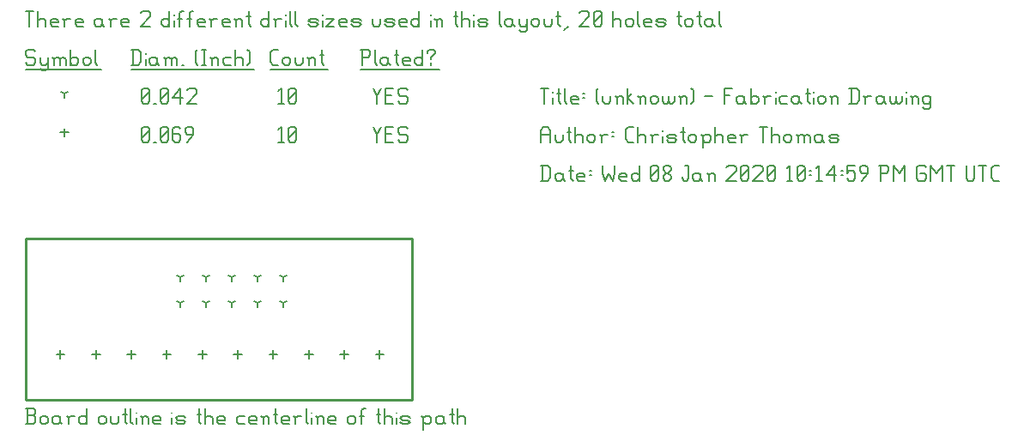
<source format=gbr>
G04 start of page 10 for group -3984 idx -3984 *
G04 Title: (unknown), fab *
G04 Creator: pcb 20140316 *
G04 CreationDate: Wed 08 Jan 2020 10:14:59 PM GMT UTC *
G04 For: thomasc *
G04 Format: Gerber/RS-274X *
G04 PCB-Dimensions (mil): 1500.00 625.00 *
G04 PCB-Coordinate-Origin: lower left *
%MOIN*%
%FSLAX25Y25*%
%LNFAB*%
%ADD37C,0.0100*%
%ADD36C,0.0075*%
%ADD35C,0.0060*%
%ADD34C,0.0080*%
G54D34*X13484Y19100D02*Y15900D01*
X11884Y17500D02*X15084D01*
X27264Y19100D02*Y15900D01*
X25664Y17500D02*X28864D01*
X41043Y19100D02*Y15900D01*
X39443Y17500D02*X42643D01*
X54823Y19100D02*Y15900D01*
X53223Y17500D02*X56423D01*
X68602Y19100D02*Y15900D01*
X67002Y17500D02*X70202D01*
X82382Y19100D02*Y15900D01*
X80782Y17500D02*X83982D01*
X96161Y19100D02*Y15900D01*
X94561Y17500D02*X97761D01*
X109941Y19100D02*Y15900D01*
X108341Y17500D02*X111541D01*
X123720Y19100D02*Y15900D01*
X122120Y17500D02*X125320D01*
X137500Y19100D02*Y15900D01*
X135900Y17500D02*X139100D01*
X15000Y105350D02*Y102150D01*
X13400Y103750D02*X16600D01*
G54D35*X135000Y106000D02*X136500Y103000D01*
X138000Y106000D01*
X136500Y103000D02*Y100000D01*
X139800Y103300D02*X142050D01*
X139800Y100000D02*X142800D01*
X139800Y106000D02*Y100000D01*
Y106000D02*X142800D01*
X147600D02*X148350Y105250D01*
X145350Y106000D02*X147600D01*
X144600Y105250D02*X145350Y106000D01*
X144600Y105250D02*Y103750D01*
X145350Y103000D01*
X147600D01*
X148350Y102250D01*
Y100750D01*
X147600Y100000D02*X148350Y100750D01*
X145350Y100000D02*X147600D01*
X144600Y100750D02*X145350Y100000D01*
X98000Y104800D02*X99200Y106000D01*
Y100000D01*
X98000D02*X100250D01*
X102050Y100750D02*X102800Y100000D01*
X102050Y105250D02*Y100750D01*
Y105250D02*X102800Y106000D01*
X104300D01*
X105050Y105250D01*
Y100750D01*
X104300Y100000D02*X105050Y100750D01*
X102800Y100000D02*X104300D01*
X102050Y101500D02*X105050Y104500D01*
X45000Y100750D02*X45750Y100000D01*
X45000Y105250D02*Y100750D01*
Y105250D02*X45750Y106000D01*
X47250D01*
X48000Y105250D01*
Y100750D01*
X47250Y100000D02*X48000Y100750D01*
X45750Y100000D02*X47250D01*
X45000Y101500D02*X48000Y104500D01*
X49800Y100000D02*X50550D01*
X52350Y100750D02*X53100Y100000D01*
X52350Y105250D02*Y100750D01*
Y105250D02*X53100Y106000D01*
X54600D01*
X55350Y105250D01*
Y100750D01*
X54600Y100000D02*X55350Y100750D01*
X53100Y100000D02*X54600D01*
X52350Y101500D02*X55350Y104500D01*
X59400Y106000D02*X60150Y105250D01*
X57900Y106000D02*X59400D01*
X57150Y105250D02*X57900Y106000D01*
X57150Y105250D02*Y100750D01*
X57900Y100000D01*
X59400Y103300D02*X60150Y102550D01*
X57150Y103300D02*X59400D01*
X57900Y100000D02*X59400D01*
X60150Y100750D01*
Y102550D02*Y100750D01*
X62700Y100000D02*X64950Y103000D01*
Y105250D02*Y103000D01*
X64200Y106000D02*X64950Y105250D01*
X62700Y106000D02*X64200D01*
X61950Y105250D02*X62700Y106000D01*
X61950Y105250D02*Y103750D01*
X62700Y103000D01*
X64950D01*
X100000Y37500D02*Y35900D01*
Y37500D02*X101387Y38300D01*
X100000Y37500D02*X98613Y38300D01*
X100000Y47500D02*Y45900D01*
Y47500D02*X101387Y48300D01*
X100000Y47500D02*X98613Y48300D01*
X90000Y37500D02*Y35900D01*
Y37500D02*X91387Y38300D01*
X90000Y37500D02*X88613Y38300D01*
X90000Y47500D02*Y45900D01*
Y47500D02*X91387Y48300D01*
X90000Y47500D02*X88613Y48300D01*
X80000Y37500D02*Y35900D01*
Y37500D02*X81387Y38300D01*
X80000Y37500D02*X78613Y38300D01*
X80000Y47500D02*Y45900D01*
Y47500D02*X81387Y48300D01*
X80000Y47500D02*X78613Y48300D01*
X70000Y37500D02*Y35900D01*
Y37500D02*X71387Y38300D01*
X70000Y37500D02*X68613Y38300D01*
X70000Y47500D02*Y45900D01*
Y47500D02*X71387Y48300D01*
X70000Y47500D02*X68613Y48300D01*
X60000Y37500D02*Y35900D01*
Y37500D02*X61387Y38300D01*
X60000Y37500D02*X58613Y38300D01*
X60000Y47500D02*Y45900D01*
Y47500D02*X61387Y48300D01*
X60000Y47500D02*X58613Y48300D01*
X15000Y118750D02*Y117150D01*
Y118750D02*X16387Y119550D01*
X15000Y118750D02*X13613Y119550D01*
X135000Y121000D02*X136500Y118000D01*
X138000Y121000D01*
X136500Y118000D02*Y115000D01*
X139800Y118300D02*X142050D01*
X139800Y115000D02*X142800D01*
X139800Y121000D02*Y115000D01*
Y121000D02*X142800D01*
X147600D02*X148350Y120250D01*
X145350Y121000D02*X147600D01*
X144600Y120250D02*X145350Y121000D01*
X144600Y120250D02*Y118750D01*
X145350Y118000D01*
X147600D01*
X148350Y117250D01*
Y115750D01*
X147600Y115000D02*X148350Y115750D01*
X145350Y115000D02*X147600D01*
X144600Y115750D02*X145350Y115000D01*
X98000Y119800D02*X99200Y121000D01*
Y115000D01*
X98000D02*X100250D01*
X102050Y115750D02*X102800Y115000D01*
X102050Y120250D02*Y115750D01*
Y120250D02*X102800Y121000D01*
X104300D01*
X105050Y120250D01*
Y115750D01*
X104300Y115000D02*X105050Y115750D01*
X102800Y115000D02*X104300D01*
X102050Y116500D02*X105050Y119500D01*
X45000Y115750D02*X45750Y115000D01*
X45000Y120250D02*Y115750D01*
Y120250D02*X45750Y121000D01*
X47250D01*
X48000Y120250D01*
Y115750D01*
X47250Y115000D02*X48000Y115750D01*
X45750Y115000D02*X47250D01*
X45000Y116500D02*X48000Y119500D01*
X49800Y115000D02*X50550D01*
X52350Y115750D02*X53100Y115000D01*
X52350Y120250D02*Y115750D01*
Y120250D02*X53100Y121000D01*
X54600D01*
X55350Y120250D01*
Y115750D01*
X54600Y115000D02*X55350Y115750D01*
X53100Y115000D02*X54600D01*
X52350Y116500D02*X55350Y119500D01*
X57150Y117250D02*X60150Y121000D01*
X57150Y117250D02*X60900D01*
X60150Y121000D02*Y115000D01*
X62700Y120250D02*X63450Y121000D01*
X65700D01*
X66450Y120250D01*
Y118750D01*
X62700Y115000D02*X66450Y118750D01*
X62700Y115000D02*X66450D01*
X3000Y136000D02*X3750Y135250D01*
X750Y136000D02*X3000D01*
X0Y135250D02*X750Y136000D01*
X0Y135250D02*Y133750D01*
X750Y133000D01*
X3000D01*
X3750Y132250D01*
Y130750D01*
X3000Y130000D02*X3750Y130750D01*
X750Y130000D02*X3000D01*
X0Y130750D02*X750Y130000D01*
X5550Y133000D02*Y130750D01*
X6300Y130000D01*
X8550Y133000D02*Y128500D01*
X7800Y127750D02*X8550Y128500D01*
X6300Y127750D02*X7800D01*
X5550Y128500D02*X6300Y127750D01*
Y130000D02*X7800D01*
X8550Y130750D01*
X11100Y132250D02*Y130000D01*
Y132250D02*X11850Y133000D01*
X12600D01*
X13350Y132250D01*
Y130000D01*
Y132250D02*X14100Y133000D01*
X14850D01*
X15600Y132250D01*
Y130000D01*
X10350Y133000D02*X11100Y132250D01*
X17400Y136000D02*Y130000D01*
Y130750D02*X18150Y130000D01*
X19650D01*
X20400Y130750D01*
Y132250D02*Y130750D01*
X19650Y133000D02*X20400Y132250D01*
X18150Y133000D02*X19650D01*
X17400Y132250D02*X18150Y133000D01*
X22200Y132250D02*Y130750D01*
Y132250D02*X22950Y133000D01*
X24450D01*
X25200Y132250D01*
Y130750D01*
X24450Y130000D02*X25200Y130750D01*
X22950Y130000D02*X24450D01*
X22200Y130750D02*X22950Y130000D01*
X27000Y136000D02*Y130750D01*
X27750Y130000D01*
X0Y128250D02*X29250D01*
X41750Y136000D02*Y130000D01*
X43700Y136000D02*X44750Y134950D01*
Y131050D01*
X43700Y130000D02*X44750Y131050D01*
X41000Y130000D02*X43700D01*
X41000Y136000D02*X43700D01*
G54D36*X46550Y134500D02*Y134350D01*
G54D35*Y132250D02*Y130000D01*
X50300Y133000D02*X51050Y132250D01*
X48800Y133000D02*X50300D01*
X48050Y132250D02*X48800Y133000D01*
X48050Y132250D02*Y130750D01*
X48800Y130000D01*
X51050Y133000D02*Y130750D01*
X51800Y130000D01*
X48800D02*X50300D01*
X51050Y130750D01*
X54350Y132250D02*Y130000D01*
Y132250D02*X55100Y133000D01*
X55850D01*
X56600Y132250D01*
Y130000D01*
Y132250D02*X57350Y133000D01*
X58100D01*
X58850Y132250D01*
Y130000D01*
X53600Y133000D02*X54350Y132250D01*
X60650Y130000D02*X61400D01*
X65900Y130750D02*X66650Y130000D01*
X65900Y135250D02*X66650Y136000D01*
X65900Y135250D02*Y130750D01*
X68450Y136000D02*X69950D01*
X69200D02*Y130000D01*
X68450D02*X69950D01*
X72500Y132250D02*Y130000D01*
Y132250D02*X73250Y133000D01*
X74000D01*
X74750Y132250D01*
Y130000D01*
X71750Y133000D02*X72500Y132250D01*
X77300Y133000D02*X79550D01*
X76550Y132250D02*X77300Y133000D01*
X76550Y132250D02*Y130750D01*
X77300Y130000D01*
X79550D01*
X81350Y136000D02*Y130000D01*
Y132250D02*X82100Y133000D01*
X83600D01*
X84350Y132250D01*
Y130000D01*
X86150Y136000D02*X86900Y135250D01*
Y130750D01*
X86150Y130000D02*X86900Y130750D01*
X41000Y128250D02*X88700D01*
X96050Y130000D02*X98000D01*
X95000Y131050D02*X96050Y130000D01*
X95000Y134950D02*Y131050D01*
Y134950D02*X96050Y136000D01*
X98000D01*
X99800Y132250D02*Y130750D01*
Y132250D02*X100550Y133000D01*
X102050D01*
X102800Y132250D01*
Y130750D01*
X102050Y130000D02*X102800Y130750D01*
X100550Y130000D02*X102050D01*
X99800Y130750D02*X100550Y130000D01*
X104600Y133000D02*Y130750D01*
X105350Y130000D01*
X106850D01*
X107600Y130750D01*
Y133000D02*Y130750D01*
X110150Y132250D02*Y130000D01*
Y132250D02*X110900Y133000D01*
X111650D01*
X112400Y132250D01*
Y130000D01*
X109400Y133000D02*X110150Y132250D01*
X114950Y136000D02*Y130750D01*
X115700Y130000D01*
X114200Y133750D02*X115700D01*
X95000Y128250D02*X117200D01*
X130750Y136000D02*Y130000D01*
X130000Y136000D02*X133000D01*
X133750Y135250D01*
Y133750D01*
X133000Y133000D02*X133750Y133750D01*
X130750Y133000D02*X133000D01*
X135550Y136000D02*Y130750D01*
X136300Y130000D01*
X140050Y133000D02*X140800Y132250D01*
X138550Y133000D02*X140050D01*
X137800Y132250D02*X138550Y133000D01*
X137800Y132250D02*Y130750D01*
X138550Y130000D01*
X140800Y133000D02*Y130750D01*
X141550Y130000D01*
X138550D02*X140050D01*
X140800Y130750D01*
X144100Y136000D02*Y130750D01*
X144850Y130000D01*
X143350Y133750D02*X144850D01*
X147100Y130000D02*X149350D01*
X146350Y130750D02*X147100Y130000D01*
X146350Y132250D02*Y130750D01*
Y132250D02*X147100Y133000D01*
X148600D01*
X149350Y132250D01*
X146350Y131500D02*X149350D01*
Y132250D02*Y131500D01*
X154150Y136000D02*Y130000D01*
X153400D02*X154150Y130750D01*
X151900Y130000D02*X153400D01*
X151150Y130750D02*X151900Y130000D01*
X151150Y132250D02*Y130750D01*
Y132250D02*X151900Y133000D01*
X153400D01*
X154150Y132250D01*
X157450Y133000D02*Y132250D01*
Y130750D02*Y130000D01*
X155950Y135250D02*Y134500D01*
Y135250D02*X156700Y136000D01*
X158200D01*
X158950Y135250D01*
Y134500D01*
X157450Y133000D02*X158950Y134500D01*
X130000Y128250D02*X160750D01*
X0Y151000D02*X3000D01*
X1500D02*Y145000D01*
X4800Y151000D02*Y145000D01*
Y147250D02*X5550Y148000D01*
X7050D01*
X7800Y147250D01*
Y145000D01*
X10350D02*X12600D01*
X9600Y145750D02*X10350Y145000D01*
X9600Y147250D02*Y145750D01*
Y147250D02*X10350Y148000D01*
X11850D01*
X12600Y147250D01*
X9600Y146500D02*X12600D01*
Y147250D02*Y146500D01*
X15150Y147250D02*Y145000D01*
Y147250D02*X15900Y148000D01*
X17400D01*
X14400D02*X15150Y147250D01*
X19950Y145000D02*X22200D01*
X19200Y145750D02*X19950Y145000D01*
X19200Y147250D02*Y145750D01*
Y147250D02*X19950Y148000D01*
X21450D01*
X22200Y147250D01*
X19200Y146500D02*X22200D01*
Y147250D02*Y146500D01*
X28950Y148000D02*X29700Y147250D01*
X27450Y148000D02*X28950D01*
X26700Y147250D02*X27450Y148000D01*
X26700Y147250D02*Y145750D01*
X27450Y145000D01*
X29700Y148000D02*Y145750D01*
X30450Y145000D01*
X27450D02*X28950D01*
X29700Y145750D01*
X33000Y147250D02*Y145000D01*
Y147250D02*X33750Y148000D01*
X35250D01*
X32250D02*X33000Y147250D01*
X37800Y145000D02*X40050D01*
X37050Y145750D02*X37800Y145000D01*
X37050Y147250D02*Y145750D01*
Y147250D02*X37800Y148000D01*
X39300D01*
X40050Y147250D01*
X37050Y146500D02*X40050D01*
Y147250D02*Y146500D01*
X44550Y150250D02*X45300Y151000D01*
X47550D01*
X48300Y150250D01*
Y148750D01*
X44550Y145000D02*X48300Y148750D01*
X44550Y145000D02*X48300D01*
X55800Y151000D02*Y145000D01*
X55050D02*X55800Y145750D01*
X53550Y145000D02*X55050D01*
X52800Y145750D02*X53550Y145000D01*
X52800Y147250D02*Y145750D01*
Y147250D02*X53550Y148000D01*
X55050D01*
X55800Y147250D01*
G54D36*X57600Y149500D02*Y149350D01*
G54D35*Y147250D02*Y145000D01*
X59850Y150250D02*Y145000D01*
Y150250D02*X60600Y151000D01*
X61350D01*
X59100Y148000D02*X60600D01*
X63600Y150250D02*Y145000D01*
Y150250D02*X64350Y151000D01*
X65100D01*
X62850Y148000D02*X64350D01*
X67350Y145000D02*X69600D01*
X66600Y145750D02*X67350Y145000D01*
X66600Y147250D02*Y145750D01*
Y147250D02*X67350Y148000D01*
X68850D01*
X69600Y147250D01*
X66600Y146500D02*X69600D01*
Y147250D02*Y146500D01*
X72150Y147250D02*Y145000D01*
Y147250D02*X72900Y148000D01*
X74400D01*
X71400D02*X72150Y147250D01*
X76950Y145000D02*X79200D01*
X76200Y145750D02*X76950Y145000D01*
X76200Y147250D02*Y145750D01*
Y147250D02*X76950Y148000D01*
X78450D01*
X79200Y147250D01*
X76200Y146500D02*X79200D01*
Y147250D02*Y146500D01*
X81750Y147250D02*Y145000D01*
Y147250D02*X82500Y148000D01*
X83250D01*
X84000Y147250D01*
Y145000D01*
X81000Y148000D02*X81750Y147250D01*
X86550Y151000D02*Y145750D01*
X87300Y145000D01*
X85800Y148750D02*X87300D01*
X94500Y151000D02*Y145000D01*
X93750D02*X94500Y145750D01*
X92250Y145000D02*X93750D01*
X91500Y145750D02*X92250Y145000D01*
X91500Y147250D02*Y145750D01*
Y147250D02*X92250Y148000D01*
X93750D01*
X94500Y147250D01*
X97050D02*Y145000D01*
Y147250D02*X97800Y148000D01*
X99300D01*
X96300D02*X97050Y147250D01*
G54D36*X101100Y149500D02*Y149350D01*
G54D35*Y147250D02*Y145000D01*
X102600Y151000D02*Y145750D01*
X103350Y145000D01*
X104850Y151000D02*Y145750D01*
X105600Y145000D01*
X110550D02*X112800D01*
X113550Y145750D01*
X112800Y146500D02*X113550Y145750D01*
X110550Y146500D02*X112800D01*
X109800Y147250D02*X110550Y146500D01*
X109800Y147250D02*X110550Y148000D01*
X112800D01*
X113550Y147250D01*
X109800Y145750D02*X110550Y145000D01*
G54D36*X115350Y149500D02*Y149350D01*
G54D35*Y147250D02*Y145000D01*
X116850Y148000D02*X119850D01*
X116850Y145000D02*X119850Y148000D01*
X116850Y145000D02*X119850D01*
X122400D02*X124650D01*
X121650Y145750D02*X122400Y145000D01*
X121650Y147250D02*Y145750D01*
Y147250D02*X122400Y148000D01*
X123900D01*
X124650Y147250D01*
X121650Y146500D02*X124650D01*
Y147250D02*Y146500D01*
X127200Y145000D02*X129450D01*
X130200Y145750D01*
X129450Y146500D02*X130200Y145750D01*
X127200Y146500D02*X129450D01*
X126450Y147250D02*X127200Y146500D01*
X126450Y147250D02*X127200Y148000D01*
X129450D01*
X130200Y147250D01*
X126450Y145750D02*X127200Y145000D01*
X134700Y148000D02*Y145750D01*
X135450Y145000D01*
X136950D01*
X137700Y145750D01*
Y148000D02*Y145750D01*
X140250Y145000D02*X142500D01*
X143250Y145750D01*
X142500Y146500D02*X143250Y145750D01*
X140250Y146500D02*X142500D01*
X139500Y147250D02*X140250Y146500D01*
X139500Y147250D02*X140250Y148000D01*
X142500D01*
X143250Y147250D01*
X139500Y145750D02*X140250Y145000D01*
X145800D02*X148050D01*
X145050Y145750D02*X145800Y145000D01*
X145050Y147250D02*Y145750D01*
Y147250D02*X145800Y148000D01*
X147300D01*
X148050Y147250D01*
X145050Y146500D02*X148050D01*
Y147250D02*Y146500D01*
X152850Y151000D02*Y145000D01*
X152100D02*X152850Y145750D01*
X150600Y145000D02*X152100D01*
X149850Y145750D02*X150600Y145000D01*
X149850Y147250D02*Y145750D01*
Y147250D02*X150600Y148000D01*
X152100D01*
X152850Y147250D01*
G54D36*X157350Y149500D02*Y149350D01*
G54D35*Y147250D02*Y145000D01*
X159600Y147250D02*Y145000D01*
Y147250D02*X160350Y148000D01*
X161100D01*
X161850Y147250D01*
Y145000D01*
X158850Y148000D02*X159600Y147250D01*
X167100Y151000D02*Y145750D01*
X167850Y145000D01*
X166350Y148750D02*X167850D01*
X169350Y151000D02*Y145000D01*
Y147250D02*X170100Y148000D01*
X171600D01*
X172350Y147250D01*
Y145000D01*
G54D36*X174150Y149500D02*Y149350D01*
G54D35*Y147250D02*Y145000D01*
X176400D02*X178650D01*
X179400Y145750D01*
X178650Y146500D02*X179400Y145750D01*
X176400Y146500D02*X178650D01*
X175650Y147250D02*X176400Y146500D01*
X175650Y147250D02*X176400Y148000D01*
X178650D01*
X179400Y147250D01*
X175650Y145750D02*X176400Y145000D01*
X183900Y151000D02*Y145750D01*
X184650Y145000D01*
X188400Y148000D02*X189150Y147250D01*
X186900Y148000D02*X188400D01*
X186150Y147250D02*X186900Y148000D01*
X186150Y147250D02*Y145750D01*
X186900Y145000D01*
X189150Y148000D02*Y145750D01*
X189900Y145000D01*
X186900D02*X188400D01*
X189150Y145750D01*
X191700Y148000D02*Y145750D01*
X192450Y145000D01*
X194700Y148000D02*Y143500D01*
X193950Y142750D02*X194700Y143500D01*
X192450Y142750D02*X193950D01*
X191700Y143500D02*X192450Y142750D01*
Y145000D02*X193950D01*
X194700Y145750D01*
X196500Y147250D02*Y145750D01*
Y147250D02*X197250Y148000D01*
X198750D01*
X199500Y147250D01*
Y145750D01*
X198750Y145000D02*X199500Y145750D01*
X197250Y145000D02*X198750D01*
X196500Y145750D02*X197250Y145000D01*
X201300Y148000D02*Y145750D01*
X202050Y145000D01*
X203550D01*
X204300Y145750D01*
Y148000D02*Y145750D01*
X206850Y151000D02*Y145750D01*
X207600Y145000D01*
X206100Y148750D02*X207600D01*
X209100Y143500D02*X210600Y145000D01*
X215100Y150250D02*X215850Y151000D01*
X218100D01*
X218850Y150250D01*
Y148750D01*
X215100Y145000D02*X218850Y148750D01*
X215100Y145000D02*X218850D01*
X220650Y145750D02*X221400Y145000D01*
X220650Y150250D02*Y145750D01*
Y150250D02*X221400Y151000D01*
X222900D01*
X223650Y150250D01*
Y145750D01*
X222900Y145000D02*X223650Y145750D01*
X221400Y145000D02*X222900D01*
X220650Y146500D02*X223650Y149500D01*
X228150Y151000D02*Y145000D01*
Y147250D02*X228900Y148000D01*
X230400D01*
X231150Y147250D01*
Y145000D01*
X232950Y147250D02*Y145750D01*
Y147250D02*X233700Y148000D01*
X235200D01*
X235950Y147250D01*
Y145750D01*
X235200Y145000D02*X235950Y145750D01*
X233700Y145000D02*X235200D01*
X232950Y145750D02*X233700Y145000D01*
X237750Y151000D02*Y145750D01*
X238500Y145000D01*
X240750D02*X243000D01*
X240000Y145750D02*X240750Y145000D01*
X240000Y147250D02*Y145750D01*
Y147250D02*X240750Y148000D01*
X242250D01*
X243000Y147250D01*
X240000Y146500D02*X243000D01*
Y147250D02*Y146500D01*
X245550Y145000D02*X247800D01*
X248550Y145750D01*
X247800Y146500D02*X248550Y145750D01*
X245550Y146500D02*X247800D01*
X244800Y147250D02*X245550Y146500D01*
X244800Y147250D02*X245550Y148000D01*
X247800D01*
X248550Y147250D01*
X244800Y145750D02*X245550Y145000D01*
X253800Y151000D02*Y145750D01*
X254550Y145000D01*
X253050Y148750D02*X254550D01*
X256050Y147250D02*Y145750D01*
Y147250D02*X256800Y148000D01*
X258300D01*
X259050Y147250D01*
Y145750D01*
X258300Y145000D02*X259050Y145750D01*
X256800Y145000D02*X258300D01*
X256050Y145750D02*X256800Y145000D01*
X261600Y151000D02*Y145750D01*
X262350Y145000D01*
X260850Y148750D02*X262350D01*
X266100Y148000D02*X266850Y147250D01*
X264600Y148000D02*X266100D01*
X263850Y147250D02*X264600Y148000D01*
X263850Y147250D02*Y145750D01*
X264600Y145000D01*
X266850Y148000D02*Y145750D01*
X267600Y145000D01*
X264600D02*X266100D01*
X266850Y145750D01*
X269400Y151000D02*Y145750D01*
X270150Y145000D01*
G54D37*X0Y62500D02*Y0D01*
X150000D01*
Y62500D01*
X0D01*
G54D35*Y-9500D02*X3000D01*
X3750Y-8750D01*
Y-6950D02*Y-8750D01*
X3000Y-6200D02*X3750Y-6950D01*
X750Y-6200D02*X3000D01*
X750Y-3500D02*Y-9500D01*
X0Y-3500D02*X3000D01*
X3750Y-4250D01*
Y-5450D01*
X3000Y-6200D02*X3750Y-5450D01*
X5550Y-7250D02*Y-8750D01*
Y-7250D02*X6300Y-6500D01*
X7800D01*
X8550Y-7250D01*
Y-8750D01*
X7800Y-9500D02*X8550Y-8750D01*
X6300Y-9500D02*X7800D01*
X5550Y-8750D02*X6300Y-9500D01*
X12600Y-6500D02*X13350Y-7250D01*
X11100Y-6500D02*X12600D01*
X10350Y-7250D02*X11100Y-6500D01*
X10350Y-7250D02*Y-8750D01*
X11100Y-9500D01*
X13350Y-6500D02*Y-8750D01*
X14100Y-9500D01*
X11100D02*X12600D01*
X13350Y-8750D01*
X16650Y-7250D02*Y-9500D01*
Y-7250D02*X17400Y-6500D01*
X18900D01*
X15900D02*X16650Y-7250D01*
X23700Y-3500D02*Y-9500D01*
X22950D02*X23700Y-8750D01*
X21450Y-9500D02*X22950D01*
X20700Y-8750D02*X21450Y-9500D01*
X20700Y-7250D02*Y-8750D01*
Y-7250D02*X21450Y-6500D01*
X22950D01*
X23700Y-7250D01*
X28200D02*Y-8750D01*
Y-7250D02*X28950Y-6500D01*
X30450D01*
X31200Y-7250D01*
Y-8750D01*
X30450Y-9500D02*X31200Y-8750D01*
X28950Y-9500D02*X30450D01*
X28200Y-8750D02*X28950Y-9500D01*
X33000Y-6500D02*Y-8750D01*
X33750Y-9500D01*
X35250D01*
X36000Y-8750D01*
Y-6500D02*Y-8750D01*
X38550Y-3500D02*Y-8750D01*
X39300Y-9500D01*
X37800Y-5750D02*X39300D01*
X40800Y-3500D02*Y-8750D01*
X41550Y-9500D01*
G54D36*X43050Y-5000D02*Y-5150D01*
G54D35*Y-7250D02*Y-9500D01*
X45300Y-7250D02*Y-9500D01*
Y-7250D02*X46050Y-6500D01*
X46800D01*
X47550Y-7250D01*
Y-9500D01*
X44550Y-6500D02*X45300Y-7250D01*
X50100Y-9500D02*X52350D01*
X49350Y-8750D02*X50100Y-9500D01*
X49350Y-7250D02*Y-8750D01*
Y-7250D02*X50100Y-6500D01*
X51600D01*
X52350Y-7250D01*
X49350Y-8000D02*X52350D01*
Y-7250D02*Y-8000D01*
G54D36*X56850Y-5000D02*Y-5150D01*
G54D35*Y-7250D02*Y-9500D01*
X59100D02*X61350D01*
X62100Y-8750D01*
X61350Y-8000D02*X62100Y-8750D01*
X59100Y-8000D02*X61350D01*
X58350Y-7250D02*X59100Y-8000D01*
X58350Y-7250D02*X59100Y-6500D01*
X61350D01*
X62100Y-7250D01*
X58350Y-8750D02*X59100Y-9500D01*
X67350Y-3500D02*Y-8750D01*
X68100Y-9500D01*
X66600Y-5750D02*X68100D01*
X69600Y-3500D02*Y-9500D01*
Y-7250D02*X70350Y-6500D01*
X71850D01*
X72600Y-7250D01*
Y-9500D01*
X75150D02*X77400D01*
X74400Y-8750D02*X75150Y-9500D01*
X74400Y-7250D02*Y-8750D01*
Y-7250D02*X75150Y-6500D01*
X76650D01*
X77400Y-7250D01*
X74400Y-8000D02*X77400D01*
Y-7250D02*Y-8000D01*
X82650Y-6500D02*X84900D01*
X81900Y-7250D02*X82650Y-6500D01*
X81900Y-7250D02*Y-8750D01*
X82650Y-9500D01*
X84900D01*
X87450D02*X89700D01*
X86700Y-8750D02*X87450Y-9500D01*
X86700Y-7250D02*Y-8750D01*
Y-7250D02*X87450Y-6500D01*
X88950D01*
X89700Y-7250D01*
X86700Y-8000D02*X89700D01*
Y-7250D02*Y-8000D01*
X92250Y-7250D02*Y-9500D01*
Y-7250D02*X93000Y-6500D01*
X93750D01*
X94500Y-7250D01*
Y-9500D01*
X91500Y-6500D02*X92250Y-7250D01*
X97050Y-3500D02*Y-8750D01*
X97800Y-9500D01*
X96300Y-5750D02*X97800D01*
X100050Y-9500D02*X102300D01*
X99300Y-8750D02*X100050Y-9500D01*
X99300Y-7250D02*Y-8750D01*
Y-7250D02*X100050Y-6500D01*
X101550D01*
X102300Y-7250D01*
X99300Y-8000D02*X102300D01*
Y-7250D02*Y-8000D01*
X104850Y-7250D02*Y-9500D01*
Y-7250D02*X105600Y-6500D01*
X107100D01*
X104100D02*X104850Y-7250D01*
X108900Y-3500D02*Y-8750D01*
X109650Y-9500D01*
G54D36*X111150Y-5000D02*Y-5150D01*
G54D35*Y-7250D02*Y-9500D01*
X113400Y-7250D02*Y-9500D01*
Y-7250D02*X114150Y-6500D01*
X114900D01*
X115650Y-7250D01*
Y-9500D01*
X112650Y-6500D02*X113400Y-7250D01*
X118200Y-9500D02*X120450D01*
X117450Y-8750D02*X118200Y-9500D01*
X117450Y-7250D02*Y-8750D01*
Y-7250D02*X118200Y-6500D01*
X119700D01*
X120450Y-7250D01*
X117450Y-8000D02*X120450D01*
Y-7250D02*Y-8000D01*
X124950Y-7250D02*Y-8750D01*
Y-7250D02*X125700Y-6500D01*
X127200D01*
X127950Y-7250D01*
Y-8750D01*
X127200Y-9500D02*X127950Y-8750D01*
X125700Y-9500D02*X127200D01*
X124950Y-8750D02*X125700Y-9500D01*
X130500Y-4250D02*Y-9500D01*
Y-4250D02*X131250Y-3500D01*
X132000D01*
X129750Y-6500D02*X131250D01*
X136950Y-3500D02*Y-8750D01*
X137700Y-9500D01*
X136200Y-5750D02*X137700D01*
X139200Y-3500D02*Y-9500D01*
Y-7250D02*X139950Y-6500D01*
X141450D01*
X142200Y-7250D01*
Y-9500D01*
G54D36*X144000Y-5000D02*Y-5150D01*
G54D35*Y-7250D02*Y-9500D01*
X146250D02*X148500D01*
X149250Y-8750D01*
X148500Y-8000D02*X149250Y-8750D01*
X146250Y-8000D02*X148500D01*
X145500Y-7250D02*X146250Y-8000D01*
X145500Y-7250D02*X146250Y-6500D01*
X148500D01*
X149250Y-7250D01*
X145500Y-8750D02*X146250Y-9500D01*
X154500Y-7250D02*Y-11750D01*
X153750Y-6500D02*X154500Y-7250D01*
X155250Y-6500D01*
X156750D01*
X157500Y-7250D01*
Y-8750D01*
X156750Y-9500D02*X157500Y-8750D01*
X155250Y-9500D02*X156750D01*
X154500Y-8750D02*X155250Y-9500D01*
X161550Y-6500D02*X162300Y-7250D01*
X160050Y-6500D02*X161550D01*
X159300Y-7250D02*X160050Y-6500D01*
X159300Y-7250D02*Y-8750D01*
X160050Y-9500D01*
X162300Y-6500D02*Y-8750D01*
X163050Y-9500D01*
X160050D02*X161550D01*
X162300Y-8750D01*
X165600Y-3500D02*Y-8750D01*
X166350Y-9500D01*
X164850Y-5750D02*X166350D01*
X167850Y-3500D02*Y-9500D01*
Y-7250D02*X168600Y-6500D01*
X170100D01*
X170850Y-7250D01*
Y-9500D01*
X200750Y91000D02*Y85000D01*
X202700Y91000D02*X203750Y89950D01*
Y86050D01*
X202700Y85000D02*X203750Y86050D01*
X200000Y85000D02*X202700D01*
X200000Y91000D02*X202700D01*
X207800Y88000D02*X208550Y87250D01*
X206300Y88000D02*X207800D01*
X205550Y87250D02*X206300Y88000D01*
X205550Y87250D02*Y85750D01*
X206300Y85000D01*
X208550Y88000D02*Y85750D01*
X209300Y85000D01*
X206300D02*X207800D01*
X208550Y85750D01*
X211850Y91000D02*Y85750D01*
X212600Y85000D01*
X211100Y88750D02*X212600D01*
X214850Y85000D02*X217100D01*
X214100Y85750D02*X214850Y85000D01*
X214100Y87250D02*Y85750D01*
Y87250D02*X214850Y88000D01*
X216350D01*
X217100Y87250D01*
X214100Y86500D02*X217100D01*
Y87250D02*Y86500D01*
X218900Y88750D02*X219650D01*
X218900Y87250D02*X219650D01*
X224150Y91000D02*Y88000D01*
X224900Y85000D01*
X226400Y88000D01*
X227900Y85000D01*
X228650Y88000D01*
Y91000D02*Y88000D01*
X231200Y85000D02*X233450D01*
X230450Y85750D02*X231200Y85000D01*
X230450Y87250D02*Y85750D01*
Y87250D02*X231200Y88000D01*
X232700D01*
X233450Y87250D01*
X230450Y86500D02*X233450D01*
Y87250D02*Y86500D01*
X238250Y91000D02*Y85000D01*
X237500D02*X238250Y85750D01*
X236000Y85000D02*X237500D01*
X235250Y85750D02*X236000Y85000D01*
X235250Y87250D02*Y85750D01*
Y87250D02*X236000Y88000D01*
X237500D01*
X238250Y87250D01*
X242750Y85750D02*X243500Y85000D01*
X242750Y90250D02*Y85750D01*
Y90250D02*X243500Y91000D01*
X245000D01*
X245750Y90250D01*
Y85750D01*
X245000Y85000D02*X245750Y85750D01*
X243500Y85000D02*X245000D01*
X242750Y86500D02*X245750Y89500D01*
X247550Y85750D02*X248300Y85000D01*
X247550Y86950D02*Y85750D01*
Y86950D02*X248600Y88000D01*
X249500D01*
X250550Y86950D01*
Y85750D01*
X249800Y85000D02*X250550Y85750D01*
X248300Y85000D02*X249800D01*
X247550Y89050D02*X248600Y88000D01*
X247550Y90250D02*Y89050D01*
Y90250D02*X248300Y91000D01*
X249800D01*
X250550Y90250D01*
Y89050D01*
X249500Y88000D02*X250550Y89050D01*
X256100Y91000D02*X257300D01*
Y85750D01*
X256550Y85000D02*X257300Y85750D01*
X255800Y85000D02*X256550D01*
X255050Y85750D02*X255800Y85000D01*
X255050Y86500D02*Y85750D01*
X261350Y88000D02*X262100Y87250D01*
X259850Y88000D02*X261350D01*
X259100Y87250D02*X259850Y88000D01*
X259100Y87250D02*Y85750D01*
X259850Y85000D01*
X262100Y88000D02*Y85750D01*
X262850Y85000D01*
X259850D02*X261350D01*
X262100Y85750D01*
X265400Y87250D02*Y85000D01*
Y87250D02*X266150Y88000D01*
X266900D01*
X267650Y87250D01*
Y85000D01*
X264650Y88000D02*X265400Y87250D01*
X272150Y90250D02*X272900Y91000D01*
X275150D01*
X275900Y90250D01*
Y88750D01*
X272150Y85000D02*X275900Y88750D01*
X272150Y85000D02*X275900D01*
X277700Y85750D02*X278450Y85000D01*
X277700Y90250D02*Y85750D01*
Y90250D02*X278450Y91000D01*
X279950D01*
X280700Y90250D01*
Y85750D01*
X279950Y85000D02*X280700Y85750D01*
X278450Y85000D02*X279950D01*
X277700Y86500D02*X280700Y89500D01*
X282500Y90250D02*X283250Y91000D01*
X285500D01*
X286250Y90250D01*
Y88750D01*
X282500Y85000D02*X286250Y88750D01*
X282500Y85000D02*X286250D01*
X288050Y85750D02*X288800Y85000D01*
X288050Y90250D02*Y85750D01*
Y90250D02*X288800Y91000D01*
X290300D01*
X291050Y90250D01*
Y85750D01*
X290300Y85000D02*X291050Y85750D01*
X288800Y85000D02*X290300D01*
X288050Y86500D02*X291050Y89500D01*
X295550Y89800D02*X296750Y91000D01*
Y85000D01*
X295550D02*X297800D01*
X299600Y85750D02*X300350Y85000D01*
X299600Y90250D02*Y85750D01*
Y90250D02*X300350Y91000D01*
X301850D01*
X302600Y90250D01*
Y85750D01*
X301850Y85000D02*X302600Y85750D01*
X300350Y85000D02*X301850D01*
X299600Y86500D02*X302600Y89500D01*
X304400Y88750D02*X305150D01*
X304400Y87250D02*X305150D01*
X306950Y89800D02*X308150Y91000D01*
Y85000D01*
X306950D02*X309200D01*
X311000Y87250D02*X314000Y91000D01*
X311000Y87250D02*X314750D01*
X314000Y91000D02*Y85000D01*
X316550Y88750D02*X317300D01*
X316550Y87250D02*X317300D01*
X319100Y91000D02*X322100D01*
X319100D02*Y88000D01*
X319850Y88750D01*
X321350D01*
X322100Y88000D01*
Y85750D01*
X321350Y85000D02*X322100Y85750D01*
X319850Y85000D02*X321350D01*
X319100Y85750D02*X319850Y85000D01*
X324650D02*X326900Y88000D01*
Y90250D02*Y88000D01*
X326150Y91000D02*X326900Y90250D01*
X324650Y91000D02*X326150D01*
X323900Y90250D02*X324650Y91000D01*
X323900Y90250D02*Y88750D01*
X324650Y88000D01*
X326900D01*
X332150Y91000D02*Y85000D01*
X331400Y91000D02*X334400D01*
X335150Y90250D01*
Y88750D01*
X334400Y88000D02*X335150Y88750D01*
X332150Y88000D02*X334400D01*
X336950Y91000D02*Y85000D01*
Y91000D02*X339200Y88000D01*
X341450Y91000D01*
Y85000D01*
X348950Y91000D02*X349700Y90250D01*
X346700Y91000D02*X348950D01*
X345950Y90250D02*X346700Y91000D01*
X345950Y90250D02*Y85750D01*
X346700Y85000D01*
X348950D01*
X349700Y85750D01*
Y87250D02*Y85750D01*
X348950Y88000D02*X349700Y87250D01*
X347450Y88000D02*X348950D01*
X351500Y91000D02*Y85000D01*
Y91000D02*X353750Y88000D01*
X356000Y91000D01*
Y85000D01*
X357800Y91000D02*X360800D01*
X359300D02*Y85000D01*
X365300Y91000D02*Y85750D01*
X366050Y85000D01*
X367550D01*
X368300Y85750D01*
Y91000D02*Y85750D01*
X370100Y91000D02*X373100D01*
X371600D02*Y85000D01*
X375950D02*X377900D01*
X374900Y86050D02*X375950Y85000D01*
X374900Y89950D02*Y86050D01*
Y89950D02*X375950Y91000D01*
X377900D01*
X200000Y104500D02*Y100000D01*
Y104500D02*X201050Y106000D01*
X202700D01*
X203750Y104500D01*
Y100000D01*
X200000Y103000D02*X203750D01*
X205550D02*Y100750D01*
X206300Y100000D01*
X207800D01*
X208550Y100750D01*
Y103000D02*Y100750D01*
X211100Y106000D02*Y100750D01*
X211850Y100000D01*
X210350Y103750D02*X211850D01*
X213350Y106000D02*Y100000D01*
Y102250D02*X214100Y103000D01*
X215600D01*
X216350Y102250D01*
Y100000D01*
X218150Y102250D02*Y100750D01*
Y102250D02*X218900Y103000D01*
X220400D01*
X221150Y102250D01*
Y100750D01*
X220400Y100000D02*X221150Y100750D01*
X218900Y100000D02*X220400D01*
X218150Y100750D02*X218900Y100000D01*
X223700Y102250D02*Y100000D01*
Y102250D02*X224450Y103000D01*
X225950D01*
X222950D02*X223700Y102250D01*
X227750Y103750D02*X228500D01*
X227750Y102250D02*X228500D01*
X234050Y100000D02*X236000D01*
X233000Y101050D02*X234050Y100000D01*
X233000Y104950D02*Y101050D01*
Y104950D02*X234050Y106000D01*
X236000D01*
X237800D02*Y100000D01*
Y102250D02*X238550Y103000D01*
X240050D01*
X240800Y102250D01*
Y100000D01*
X243350Y102250D02*Y100000D01*
Y102250D02*X244100Y103000D01*
X245600D01*
X242600D02*X243350Y102250D01*
G54D36*X247400Y104500D02*Y104350D01*
G54D35*Y102250D02*Y100000D01*
X249650D02*X251900D01*
X252650Y100750D01*
X251900Y101500D02*X252650Y100750D01*
X249650Y101500D02*X251900D01*
X248900Y102250D02*X249650Y101500D01*
X248900Y102250D02*X249650Y103000D01*
X251900D01*
X252650Y102250D01*
X248900Y100750D02*X249650Y100000D01*
X255200Y106000D02*Y100750D01*
X255950Y100000D01*
X254450Y103750D02*X255950D01*
X257450Y102250D02*Y100750D01*
Y102250D02*X258200Y103000D01*
X259700D01*
X260450Y102250D01*
Y100750D01*
X259700Y100000D02*X260450Y100750D01*
X258200Y100000D02*X259700D01*
X257450Y100750D02*X258200Y100000D01*
X263000Y102250D02*Y97750D01*
X262250Y103000D02*X263000Y102250D01*
X263750Y103000D01*
X265250D01*
X266000Y102250D01*
Y100750D01*
X265250Y100000D02*X266000Y100750D01*
X263750Y100000D02*X265250D01*
X263000Y100750D02*X263750Y100000D01*
X267800Y106000D02*Y100000D01*
Y102250D02*X268550Y103000D01*
X270050D01*
X270800Y102250D01*
Y100000D01*
X273350D02*X275600D01*
X272600Y100750D02*X273350Y100000D01*
X272600Y102250D02*Y100750D01*
Y102250D02*X273350Y103000D01*
X274850D01*
X275600Y102250D01*
X272600Y101500D02*X275600D01*
Y102250D02*Y101500D01*
X278150Y102250D02*Y100000D01*
Y102250D02*X278900Y103000D01*
X280400D01*
X277400D02*X278150Y102250D01*
X284900Y106000D02*X287900D01*
X286400D02*Y100000D01*
X289700Y106000D02*Y100000D01*
Y102250D02*X290450Y103000D01*
X291950D01*
X292700Y102250D01*
Y100000D01*
X294500Y102250D02*Y100750D01*
Y102250D02*X295250Y103000D01*
X296750D01*
X297500Y102250D01*
Y100750D01*
X296750Y100000D02*X297500Y100750D01*
X295250Y100000D02*X296750D01*
X294500Y100750D02*X295250Y100000D01*
X300050Y102250D02*Y100000D01*
Y102250D02*X300800Y103000D01*
X301550D01*
X302300Y102250D01*
Y100000D01*
Y102250D02*X303050Y103000D01*
X303800D01*
X304550Y102250D01*
Y100000D01*
X299300Y103000D02*X300050Y102250D01*
X308600Y103000D02*X309350Y102250D01*
X307100Y103000D02*X308600D01*
X306350Y102250D02*X307100Y103000D01*
X306350Y102250D02*Y100750D01*
X307100Y100000D01*
X309350Y103000D02*Y100750D01*
X310100Y100000D01*
X307100D02*X308600D01*
X309350Y100750D01*
X312650Y100000D02*X314900D01*
X315650Y100750D01*
X314900Y101500D02*X315650Y100750D01*
X312650Y101500D02*X314900D01*
X311900Y102250D02*X312650Y101500D01*
X311900Y102250D02*X312650Y103000D01*
X314900D01*
X315650Y102250D01*
X311900Y100750D02*X312650Y100000D01*
X200000Y121000D02*X203000D01*
X201500D02*Y115000D01*
G54D36*X204800Y119500D02*Y119350D01*
G54D35*Y117250D02*Y115000D01*
X207050Y121000D02*Y115750D01*
X207800Y115000D01*
X206300Y118750D02*X207800D01*
X209300Y121000D02*Y115750D01*
X210050Y115000D01*
X212300D02*X214550D01*
X211550Y115750D02*X212300Y115000D01*
X211550Y117250D02*Y115750D01*
Y117250D02*X212300Y118000D01*
X213800D01*
X214550Y117250D01*
X211550Y116500D02*X214550D01*
Y117250D02*Y116500D01*
X216350Y118750D02*X217100D01*
X216350Y117250D02*X217100D01*
X221600Y115750D02*X222350Y115000D01*
X221600Y120250D02*X222350Y121000D01*
X221600Y120250D02*Y115750D01*
X224150Y118000D02*Y115750D01*
X224900Y115000D01*
X226400D01*
X227150Y115750D01*
Y118000D02*Y115750D01*
X229700Y117250D02*Y115000D01*
Y117250D02*X230450Y118000D01*
X231200D01*
X231950Y117250D01*
Y115000D01*
X228950Y118000D02*X229700Y117250D01*
X233750Y121000D02*Y115000D01*
Y117250D02*X236000Y115000D01*
X233750Y117250D02*X235250Y118750D01*
X238550Y117250D02*Y115000D01*
Y117250D02*X239300Y118000D01*
X240050D01*
X240800Y117250D01*
Y115000D01*
X237800Y118000D02*X238550Y117250D01*
X242600D02*Y115750D01*
Y117250D02*X243350Y118000D01*
X244850D01*
X245600Y117250D01*
Y115750D01*
X244850Y115000D02*X245600Y115750D01*
X243350Y115000D02*X244850D01*
X242600Y115750D02*X243350Y115000D01*
X247400Y118000D02*Y115750D01*
X248150Y115000D01*
X248900D01*
X249650Y115750D01*
Y118000D02*Y115750D01*
X250400Y115000D01*
X251150D01*
X251900Y115750D01*
Y118000D02*Y115750D01*
X254450Y117250D02*Y115000D01*
Y117250D02*X255200Y118000D01*
X255950D01*
X256700Y117250D01*
Y115000D01*
X253700Y118000D02*X254450Y117250D01*
X258500Y121000D02*X259250Y120250D01*
Y115750D01*
X258500Y115000D02*X259250Y115750D01*
X263750Y118000D02*X266750D01*
X271250Y121000D02*Y115000D01*
Y121000D02*X274250D01*
X271250Y118300D02*X273500D01*
X278300Y118000D02*X279050Y117250D01*
X276800Y118000D02*X278300D01*
X276050Y117250D02*X276800Y118000D01*
X276050Y117250D02*Y115750D01*
X276800Y115000D01*
X279050Y118000D02*Y115750D01*
X279800Y115000D01*
X276800D02*X278300D01*
X279050Y115750D01*
X281600Y121000D02*Y115000D01*
Y115750D02*X282350Y115000D01*
X283850D01*
X284600Y115750D01*
Y117250D02*Y115750D01*
X283850Y118000D02*X284600Y117250D01*
X282350Y118000D02*X283850D01*
X281600Y117250D02*X282350Y118000D01*
X287150Y117250D02*Y115000D01*
Y117250D02*X287900Y118000D01*
X289400D01*
X286400D02*X287150Y117250D01*
G54D36*X291200Y119500D02*Y119350D01*
G54D35*Y117250D02*Y115000D01*
X293450Y118000D02*X295700D01*
X292700Y117250D02*X293450Y118000D01*
X292700Y117250D02*Y115750D01*
X293450Y115000D01*
X295700D01*
X299750Y118000D02*X300500Y117250D01*
X298250Y118000D02*X299750D01*
X297500Y117250D02*X298250Y118000D01*
X297500Y117250D02*Y115750D01*
X298250Y115000D01*
X300500Y118000D02*Y115750D01*
X301250Y115000D01*
X298250D02*X299750D01*
X300500Y115750D01*
X303800Y121000D02*Y115750D01*
X304550Y115000D01*
X303050Y118750D02*X304550D01*
G54D36*X306050Y119500D02*Y119350D01*
G54D35*Y117250D02*Y115000D01*
X307550Y117250D02*Y115750D01*
Y117250D02*X308300Y118000D01*
X309800D01*
X310550Y117250D01*
Y115750D01*
X309800Y115000D02*X310550Y115750D01*
X308300Y115000D02*X309800D01*
X307550Y115750D02*X308300Y115000D01*
X313100Y117250D02*Y115000D01*
Y117250D02*X313850Y118000D01*
X314600D01*
X315350Y117250D01*
Y115000D01*
X312350Y118000D02*X313100Y117250D01*
X320600Y121000D02*Y115000D01*
X322550Y121000D02*X323600Y119950D01*
Y116050D01*
X322550Y115000D02*X323600Y116050D01*
X319850Y115000D02*X322550D01*
X319850Y121000D02*X322550D01*
X326150Y117250D02*Y115000D01*
Y117250D02*X326900Y118000D01*
X328400D01*
X325400D02*X326150Y117250D01*
X332450Y118000D02*X333200Y117250D01*
X330950Y118000D02*X332450D01*
X330200Y117250D02*X330950Y118000D01*
X330200Y117250D02*Y115750D01*
X330950Y115000D01*
X333200Y118000D02*Y115750D01*
X333950Y115000D01*
X330950D02*X332450D01*
X333200Y115750D01*
X335750Y118000D02*Y115750D01*
X336500Y115000D01*
X337250D01*
X338000Y115750D01*
Y118000D02*Y115750D01*
X338750Y115000D01*
X339500D01*
X340250Y115750D01*
Y118000D02*Y115750D01*
G54D36*X342050Y119500D02*Y119350D01*
G54D35*Y117250D02*Y115000D01*
X344300Y117250D02*Y115000D01*
Y117250D02*X345050Y118000D01*
X345800D01*
X346550Y117250D01*
Y115000D01*
X343550Y118000D02*X344300Y117250D01*
X350600Y118000D02*X351350Y117250D01*
X349100Y118000D02*X350600D01*
X348350Y117250D02*X349100Y118000D01*
X348350Y117250D02*Y115750D01*
X349100Y115000D01*
X350600D01*
X351350Y115750D01*
X348350Y113500D02*X349100Y112750D01*
X350600D01*
X351350Y113500D01*
Y118000D02*Y113500D01*
M02*

</source>
